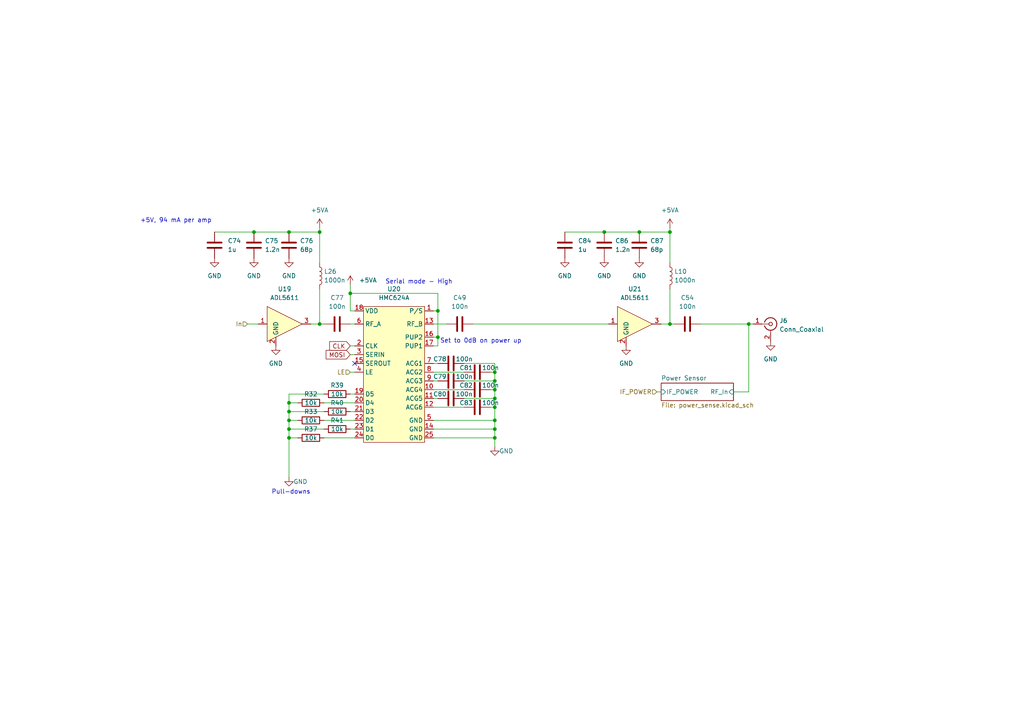
<source format=kicad_sch>
(kicad_sch (version 20230121) (generator eeschema)
  (paper "A4")
  (lib_symbols
    (symbol "Connector:Conn_Coaxial" (pin_names (offset 1.016) hide)
      (property "Reference" "J" (at 0.254 3.048 0))
      (property "Value" "Conn_Coaxial" (at 2.921 0 90))
      (symbol "Conn_Coaxial_0_1"
        (arc (start -1.778 -0.508) (mid 0.222 -1.808) (end 1.778 0) (stroke (width 0.254)))
        (polyline (pts (xy -2.54 0) (xy -0.508 0)))
        (polyline (pts (xy 0 -2.54) (xy 0 -1.778)))
        (circle (center 0 0) (radius 0.508) (stroke (width 0.2032)))
        (arc (start 1.778 0) (mid 0.222 1.8083) (end -1.778 0.508) (stroke (width 0.254)))
      )
      (symbol "Conn_Coaxial_1_1"
        (pin passive line (at -5.08 0 0) (length 2.54) (name "In") (number "1"))
        (pin passive line (at 0 -5.08 90) (length 2.54) (name "Ext") (number "2"))
      )
    )
    (symbol "Device:C" (pin_numbers hide) (pin_names (offset 0.254))
      (property "Reference" "C" (at 0.635 2.54 0))
      (property "Value" "C" (at 0.635 -2.54 0))
      (symbol "C_0_1"
        (polyline (pts (xy -2.032 -0.762) (xy 2.032 -0.762)) (stroke (width 0.508)))
        (polyline (pts (xy -2.032 0.762) (xy 2.032 0.762)) (stroke (width 0.508)))
      )
      (symbol "C_1_1"
        (pin passive line (at 0 3.81 270) (length 2.794) (name "~") (number "1"))
        (pin passive line (at 0 -3.81 90) (length 2.794) (name "~") (number "2"))
      )
    )
    (symbol "Device:L" (pin_numbers hide) (pin_names (offset 1.016) hide)
      (property "Reference" "L" (at -1.27 0 90))
      (property "Value" "L" (at 1.905 0 90))
      (symbol "L_0_1"
        (arc (start 0 -2.54) (mid 0.6323 -1.905) (end 0 -1.27))
        (arc (start 0 -1.27) (mid 0.6323 -0.635) (end 0 0))
        (arc (start 0 0) (mid 0.6323 0.635) (end 0 1.27))
        (arc (start 0 1.27) (mid 0.6323 1.905) (end 0 2.54))
      )
      (symbol "L_1_1"
        (pin passive line (at 0 3.81 270) (length 1.27) (name "1") (number "1"))
        (pin passive line (at 0 -3.81 90) (length 1.27) (name "2") (number "2"))
      )
    )
    (symbol "Device:R" (pin_numbers hide) (pin_names (offset 0))
      (property "Reference" "R" (at 2.032 0 90))
      (property "Value" "R" (at 0 0 90))
      (symbol "R_0_1"
        (rectangle (start -1.016 -2.54) (end 1.016 2.54) (stroke (width 0.254)))
      )
      (symbol "R_1_1"
        (pin passive line (at 0 3.81 270) (length 1.27) (name "~") (number "1"))
        (pin passive line (at 0 -3.81 90) (length 1.27) (name "~") (number "2"))
      )
    )
    (symbol "Project Library:ADL5611"
      (property "Reference" "U" (at 0 3.81 0))
      (property "Value" "ADL5611" (at 0 6.35 0))
      (symbol "ADL5611_0_1"
        (polyline (pts (xy -5.08 5.08) (xy -5.08 -5.08) (xy 5.08 0) (xy -5.08 5.08)) (fill (type background)))
      )
      (symbol "ADL5611_1_1"
        (pin input line (at -7.62 0 0) (length 2.54) (name "") (number "1"))
        (pin power_in line (at -2.54 -6.35 90) (length 2.54) (name "GND") (number "2"))
        (pin output line (at 7.62 0 180) (length 2.54) (name "") (number "3"))
      )
    )
    (symbol "Project Library:HMC624A"
      (property "Reference" "U" (at 0 20.32 0))
      (property "Value" "HMC624A" (at 0 22.86 0))
      (symbol "HMC624A_0_1"
        (rectangle (start -7.62 19.05) (end 10.16 -20.32) (fill (type background)))
      )
      (symbol "HMC624A_1_1"
        (pin input line (at 12.7 17.78 180) (length 2.54) (name "P/S") (number "1"))
        (pin passive line (at 12.7 -5.08 180) (length 2.54) (name "ACG4") (number "10"))
        (pin passive line (at 12.7 -7.62 180) (length 2.54) (name "ACG5") (number "11"))
        (pin passive line (at 12.7 -10.16 180) (length 2.54) (name "ACG6") (number "12"))
        (pin bidirectional line (at 12.7 13.97 180) (length 2.54) (name "RF_B") (number "13"))
        (pin power_in line (at 12.7 -16.51 180) (length 2.54) (name "GND") (number "14"))
        (pin output line (at -10.16 2.54 0) (length 2.54) (name "SEROUT") (number "15"))
        (pin input line (at 12.7 10.16 180) (length 2.54) (name "PUP2") (number "16"))
        (pin input line (at 12.7 7.62 180) (length 2.54) (name "PUP1") (number "17"))
        (pin power_in line (at -10.16 17.78 0) (length 2.54) (name "VDD") (number "18"))
        (pin input line (at -10.16 -6.35 0) (length 2.54) (name "D5") (number "19"))
        (pin input line (at -10.16 7.62 0) (length 2.54) (name "CLK") (number "2"))
        (pin input line (at -10.16 -8.89 0) (length 2.54) (name "D4") (number "20"))
        (pin input line (at -10.16 -11.43 0) (length 2.54) (name "D3") (number "21"))
        (pin input line (at -10.16 -13.97 0) (length 2.54) (name "D2") (number "22"))
        (pin input line (at -10.16 -16.51 0) (length 2.54) (name "D1") (number "23"))
        (pin input line (at -10.16 -19.05 0) (length 2.54) (name "D0") (number "24"))
        (pin power_in line (at 12.7 -19.05 180) (length 2.54) (name "GND") (number "25"))
        (pin input line (at -10.16 5.08 0) (length 2.54) (name "SERIN") (number "3"))
        (pin input line (at -10.16 0 0) (length 2.54) (name "LE") (number "4"))
        (pin power_in line (at 12.7 -13.97 180) (length 2.54) (name "GND") (number "5"))
        (pin bidirectional line (at -10.16 13.97 0) (length 2.54) (name "RF_A") (number "6"))
        (pin passive line (at 12.7 2.54 180) (length 2.54) (name "ACG1") (number "7"))
        (pin passive line (at 12.7 0 180) (length 2.54) (name "ACG2") (number "8"))
        (pin passive line (at 12.7 -2.54 180) (length 2.54) (name "ACG3") (number "9"))
      )
    )
    (symbol "power:+5VA" (power) (pin_names (offset 0))
      (property "Value" "+5VA" (at 0 3.556 0))
      (symbol "+5VA_0_1"
        (polyline (pts (xy -0.762 1.27) (xy 0 2.54)))
        (polyline (pts (xy 0 0) (xy 0 2.54)))
        (polyline (pts (xy 0 2.54) (xy 0.762 1.27)))
      )
      (symbol "+5VA_1_1"
        (pin power_in line (at 0 0 90) (length 0) hide (name "+5VA") (number "1"))
      )
    )
    (symbol "power:GND" (power) (pin_names (offset 0))
      (property "Value" "GND" (at 0 -3.81 0))
      (symbol "GND_0_1"
        (polyline (pts (xy 0 0) (xy 0 -1.27) (xy 1.27 -1.27) (xy 0 -2.54) (xy -1.27 -1.27) (xy 0 -1.27)))
      )
      (symbol "GND_1_1"
        (pin power_in line (at 0 0 270) (length 0) hide (name "GND") (number "1"))
      )
    )
  )
  (junction (at 83.82 124.46))
  (junction (at 175.26 67.31))
  (junction (at 194.31 93.98))
  (junction (at 143.51 110.49))
  (junction (at 194.31 67.31))
  (junction (at 92.71 67.31))
  (junction (at 92.71 93.98))
  (junction (at 83.82 67.31))
  (junction (at 83.82 116.84))
  (junction (at 83.82 127))
  (junction (at 73.66 67.31))
  (junction (at 143.51 127))
  (junction (at 143.51 118.11))
  (junction (at 101.6 85.09))
  (junction (at 127 97.79))
  (junction (at 143.51 113.03))
  (junction (at 143.51 121.92))
  (junction (at 217.17 93.98))
  (junction (at 185.42 67.31))
  (junction (at 83.82 121.92))
  (junction (at 143.51 115.57))
  (junction (at 127 90.17))
  (junction (at 143.51 124.46))
  (junction (at 143.51 107.95))
  (junction (at 83.82 119.38))
  (no_connect (at 102.87 105.41))
  (wire (pts (xy 83.82 116.84) (xy 86.36 116.84)))
  (wire (pts (xy 143.51 124.46) (xy 143.51 127)))
  (wire (pts (xy 190.5 113.665) (xy 191.77 113.665)))
  (wire (pts (xy 194.31 67.31) (xy 185.42 67.31)))
  (wire (pts (xy 142.24 118.11) (xy 143.51 118.11)))
  (wire (pts (xy 134.62 110.49) (xy 143.51 110.49)))
  (wire (pts (xy 101.6 124.46) (xy 102.87 124.46)))
  (wire (pts (xy 143.51 121.92) (xy 143.51 124.46)))
  (wire (pts (xy 90.17 93.98) (xy 92.71 93.98)))
  (wire (pts (xy 93.98 116.84) (xy 102.87 116.84)))
  (wire (pts (xy 83.82 127) (xy 83.82 138.43)))
  (wire (pts (xy 83.82 121.92) (xy 86.36 121.92)))
  (wire (pts (xy 83.82 124.46) (xy 93.98 124.46)))
  (wire (pts (xy 83.82 121.92) (xy 83.82 124.46)))
  (wire (pts (xy 101.6 90.17) (xy 101.6 85.09)))
  (wire (pts (xy 125.73 124.46) (xy 143.51 124.46)))
  (wire (pts (xy 134.62 105.41) (xy 143.51 105.41)))
  (wire (pts (xy 194.31 93.98) (xy 195.58 93.98)))
  (wire (pts (xy 125.73 113.03) (xy 134.62 113.03)))
  (wire (pts (xy 125.73 127) (xy 143.51 127)))
  (wire (pts (xy 83.82 127) (xy 86.36 127)))
  (wire (pts (xy 101.6 107.95) (xy 102.87 107.95)))
  (wire (pts (xy 191.77 93.98) (xy 194.31 93.98)))
  (wire (pts (xy 127 90.17) (xy 125.73 90.17)))
  (wire (pts (xy 93.98 121.92) (xy 102.87 121.92)))
  (wire (pts (xy 143.51 127) (xy 143.51 129.54)))
  (wire (pts (xy 125.73 121.92) (xy 143.51 121.92)))
  (wire (pts (xy 101.6 85.09) (xy 101.6 82.55)))
  (wire (pts (xy 203.2 93.98) (xy 217.17 93.98)))
  (wire (pts (xy 142.24 113.03) (xy 143.51 113.03)))
  (wire (pts (xy 101.6 119.38) (xy 102.87 119.38)))
  (wire (pts (xy 143.51 105.41) (xy 143.51 107.95)))
  (wire (pts (xy 101.6 114.3) (xy 102.87 114.3)))
  (wire (pts (xy 217.17 113.665) (xy 217.17 93.98)))
  (wire (pts (xy 71.755 93.98) (xy 74.93 93.98)))
  (wire (pts (xy 93.98 127) (xy 102.87 127)))
  (wire (pts (xy 83.82 119.38) (xy 93.98 119.38)))
  (wire (pts (xy 194.31 76.2) (xy 194.31 67.31)))
  (wire (pts (xy 217.17 93.98) (xy 218.44 93.98)))
  (wire (pts (xy 92.71 76.2) (xy 92.71 67.31)))
  (wire (pts (xy 143.51 113.03) (xy 143.51 115.57)))
  (wire (pts (xy 134.62 115.57) (xy 143.51 115.57)))
  (wire (pts (xy 143.51 107.95) (xy 143.51 110.49)))
  (wire (pts (xy 83.82 119.38) (xy 83.82 121.92)))
  (wire (pts (xy 127 100.33) (xy 127 97.79)))
  (wire (pts (xy 92.71 93.98) (xy 93.98 93.98)))
  (wire (pts (xy 127 85.09) (xy 101.6 85.09)))
  (wire (pts (xy 125.73 118.11) (xy 134.62 118.11)))
  (wire (pts (xy 127 90.17) (xy 127 85.09)))
  (wire (pts (xy 83.82 114.3) (xy 93.98 114.3)))
  (wire (pts (xy 142.24 107.95) (xy 143.51 107.95)))
  (wire (pts (xy 92.71 83.82) (xy 92.71 93.98)))
  (wire (pts (xy 125.73 100.33) (xy 127 100.33)))
  (wire (pts (xy 125.73 105.41) (xy 127 105.41)))
  (wire (pts (xy 125.73 115.57) (xy 127 115.57)))
  (wire (pts (xy 125.73 107.95) (xy 134.62 107.95)))
  (wire (pts (xy 143.51 115.57) (xy 143.51 118.11)))
  (wire (pts (xy 194.31 83.82) (xy 194.31 93.98)))
  (wire (pts (xy 176.53 93.98) (xy 137.16 93.98)))
  (wire (pts (xy 212.725 113.665) (xy 217.17 113.665)))
  (wire (pts (xy 83.82 67.31) (xy 92.71 67.31)))
  (wire (pts (xy 175.26 67.31) (xy 163.83 67.31)))
  (wire (pts (xy 101.6 102.87) (xy 102.87 102.87)))
  (wire (pts (xy 127 90.17) (xy 127 97.79)))
  (wire (pts (xy 125.73 110.49) (xy 127 110.49)))
  (wire (pts (xy 101.6 93.98) (xy 102.87 93.98)))
  (wire (pts (xy 83.82 116.84) (xy 83.82 119.38)))
  (wire (pts (xy 83.82 67.31) (xy 73.66 67.31)))
  (wire (pts (xy 185.42 67.31) (xy 175.26 67.31)))
  (wire (pts (xy 102.87 90.17) (xy 101.6 90.17)))
  (wire (pts (xy 125.73 97.79) (xy 127 97.79)))
  (wire (pts (xy 143.51 110.49) (xy 143.51 113.03)))
  (wire (pts (xy 73.66 67.31) (xy 62.23 67.31)))
  (wire (pts (xy 92.71 66.04) (xy 92.71 67.31)))
  (wire (pts (xy 143.51 118.11) (xy 143.51 121.92)))
  (wire (pts (xy 194.31 66.04) (xy 194.31 67.31)))
  (wire (pts (xy 83.82 124.46) (xy 83.82 127)))
  (wire (pts (xy 83.82 114.3) (xy 83.82 116.84)))
  (wire (pts (xy 101.6 100.33) (xy 102.87 100.33)))
  (wire (pts (xy 125.73 93.98) (xy 129.54 93.98)))
  (text "Set to 0dB on power up\n" (at 127.635 99.695 0) (effects (font (size 1.27 1.27)) (justify left bottom)))
  (text "Serial mode - High\n" (at 111.76 82.55 0) (effects (font (size 1.27 1.27)) (justify left bottom)))
  (text "+5V, 94 mA per amp\n" (at 40.64 64.77 0) (effects (font (size 1.27 1.27)) (justify left bottom)))
  (text "Pull-downs\n" (at 78.74 143.51 0) (effects (font (size 1.27 1.27)) (justify left bottom)))
  (global_label "CLK" (shape input) (at 101.6 100.33 180) (property "Intersheetrefs" "${INTERSHEET_REFS}" (effects hide)))
  (global_label "MOSI" (shape input) (at 101.6 102.87 180) (property "Intersheetrefs" "${INTERSHEET_REFS}" (effects hide)))
  (hierarchical_label "In" (shape input) (at 71.755 93.98 180))
  (hierarchical_label "LE" (shape input) (at 101.6 107.95 180))
  (hierarchical_label "IF_POWER" (shape input) (at 190.5 113.665 180))
  (symbol (lib_id "Device:C") (at 73.66 71.12 180) (unit 1)
    (property "Reference" "C75" (at 76.835 69.8499 0) (effects (justify right)))
    (property "Value" "1.2n" (at 76.835 72.3899 0) (effects (justify right)))
    (property "Footprint" "Capacitor_SMD:C_0603_1608Metric" (effects hide))
    (property "MPN" "CL10B122KB8NNNC" (effects hide))
    (property "LCSC" "C30615" (effects hide))
    (instances (project "GreX Frontend" (path "" (reference "C75") (unit 1)) (path "" (reference "C45") (unit 1))))
  )
  (symbol (lib_id "Device:C") (at 175.26 71.12 180) (unit 1)
    (property "Reference" "C86" (at 178.435 69.8499 0) (effects (justify right)))
    (property "Value" "1.2n" (at 178.435 72.3899 0) (effects (justify right)))
    (property "Footprint" "Capacitor_SMD:C_0603_1608Metric" (effects hide))
    (property "MPN" "CL10B122KB8NNNC" (effects hide))
    (property "LCSC" "C30615" (effects hide))
    (instances (project "GreX Frontend" (path "" (reference "C86") (unit 1)) (path "" (reference "C58") (unit 1))))
  )
  (symbol (lib_id "Device:L") (at 194.31 80.01 0) (unit 1)
    (property "Reference" "L10" (at 195.58 78.7399 0) (effects (justify left)))
    (property "Value" "1000n" (at 195.58 81.2799 0) (effects (justify left)))
    (property "Footprint" "Inductor_SMD:L_0402_1005Metric" (effects hide))
    (property "MPN" "LQW15CN1R0M10D" (effects hide))
    (property "LCSC" "C703068" (effects hide))
    (instances (project "GreX Frontend" (path "" (reference "L10") (unit 1)) (path "" (reference "L19") (unit 1))))
  )
  (symbol (lib_id "Device:R") (at 97.79 119.38 90) (unit 1)
    (property "Reference" "R40" (at 97.79 116.84 90))
    (property "Value" "10k" (at 97.79 119.38 90))
    (property "Footprint" "Resistor_SMD:R_0402_1005Metric" (effects hide))
    (property "MPN" "RC0402FR-0710KL" (effects hide))
    (property "LCSC" "C60490" (effects hide))
    (instances (project "GreX Frontend" (path "" (reference "R40") (unit 1)) (path "" (reference "R30") (unit 1))))
  )
  (symbol (lib_id "power:+5VA") (at 92.71 66.04 0) (unit 1)
    (property "Reference" "#PWR069" (effects hide))
    (property "Value" "+5VA" (at 92.71 60.96 0))
    (instances (project "GreX Frontend" (path "" (reference "#PWR069") (unit 1)) (path "" (reference "#PWR019") (unit 1))))
  )
  (symbol (lib_id "Device:C") (at 130.81 105.41 270) (unit 1)
    (property "Reference" "C78" (at 129.54 104.14 90) (effects (justify right)))
    (property "Value" "100n" (at 137.16 104.14 90) (effects (justify right)))
    (property "Footprint" "Capacitor_SMD:C_0402_1005Metric" (effects hide))
    (property "MPN" "CC0402KRX7R7BB104" (effects hide))
    (property "LCSC" "C60474" (effects hide))
    (instances (project "GreX Frontend" (path "" (reference "C78") (unit 1)) (path "" (reference "C48") (unit 1))))
  )
  (symbol (lib_id "Device:C") (at 130.81 110.49 270) (unit 1)
    (property "Reference" "C79" (at 129.54 109.22 90) (effects (justify right)))
    (property "Value" "100n" (at 137.16 109.22 90) (effects (justify right)))
    (property "Footprint" "Capacitor_SMD:C_0402_1005Metric" (effects hide))
    (property "MPN" "CC0402KRX7R7BB104" (effects hide))
    (property "LCSC" "C60474" (effects hide))
    (instances (project "GreX Frontend" (path "" (reference "C79") (unit 1)) (path "" (reference "C50") (unit 1))))
  )
  (symbol (lib_id "Device:C") (at 62.23 71.12 180) (unit 1)
    (property "Reference" "C74" (at 66.04 69.8499 0) (effects (justify right)))
    (property "Value" "1u" (at 66.04 72.3899 0) (effects (justify right)))
    (property "Footprint" "Capacitor_SMD:C_0603_1608Metric" (effects hide))
    (property "MPN" "CL10A105KA8NNNC" (effects hide))
    (property "LCSC" "C5673" (effects hide))
    (instances (project "GreX Frontend" (path "" (reference "C74") (unit 1)) (path "" (reference "C44") (unit 1))))
  )
  (symbol (lib_id "Project Library:ADL5611") (at 184.15 93.98 0) (unit 1)
    (property "Reference" "U21" (at 184.15 83.82 0))
    (property "Value" "ADL5611" (at 184.15 86.36 0))
    (property "Footprint" "DSA2000:SOT89-HighTemp" (effects hide))
    (property "Datasheet" "https://www.analog.com/media/en/technical-documentation/data-sheets/ADL5611.pdf" (effects hide))
    (property "MPN" "ADL5611ARKZ-R7" (effects hide))
    (property "LCSC" "C208262" (effects hide))
    (instances (project "GreX Frontend" (path "" (reference "U21") (unit 1)) (path "" (reference "U15") (unit 1))))
  )
  (symbol (lib_id "power:+5VA") (at 194.31 66.04 0) (unit 1)
    (property "Reference" "#PWR079" (effects hide))
    (property "Value" "+5VA" (at 194.31 60.96 0))
    (instances (project "GreX Frontend" (path "" (reference "#PWR079") (unit 1)) (path "" (reference "#PWR094") (unit 1))))
  )
  (symbol (lib_id "Project Library:ADL5611") (at 82.55 93.98 0) (unit 1)
    (property "Reference" "U19" (at 82.55 83.82 0))
    (property "Value" "ADL5611" (at 82.55 86.36 0))
    (property "Footprint" "DSA2000:SOT89-HighTemp" (effects hide))
    (property "Datasheet" "https://www.analog.com/media/en/technical-documentation/data-sheets/ADL5611.pdf" (effects hide))
    (property "MPN" "ADL5611ARKZ-R7" (effects hide))
    (property "LCSC" "C208262" (effects hide))
    (instances (project "GreX Frontend" (path "" (reference "U19") (unit 1)) (path "" (reference "U13") (unit 1))))
  )
  (symbol (lib_id "Connector:Conn_Coaxial") (at 223.52 93.98 0) (unit 1)
    (property "Reference" "J6" (at 226.06 93.0031 0) (effects (justify left)))
    (property "Value" "Conn_Coaxial" (at 226.06 95.5431 0) (effects (justify left)))
    (property "Footprint" "Library:SMA_Samtec_SMA-J-P-X-ST-EM1_EdgeMount" (effects hide))
    (property "Datasheet" " ~" (effects hide))
    (property "MPN" "SMA-J-P-H-ST-EM1" (effects hide))
    (instances (project "GreX Frontend" (path "" (reference "J6") (unit 1)) (path "" (reference "J2") (unit 1))))
  )
  (symbol (lib_id "power:GND") (at 143.51 129.54 0) (unit 1)
    (property "Reference" "#PWR0178" (effects hide))
    (property "Value" "GND" (at 144.78 130.81 0) (effects (justify left)))
    (instances (project "GreX Frontend" (path "" (reference "#PWR0178") (unit 1)) (path "" (reference "#PWR0161") (unit 1))))
  )
  (symbol (lib_id "Device:C") (at 138.43 107.95 270) (unit 1)
    (property "Reference" "C81" (at 137.16 106.68 90) (effects (justify right)))
    (property "Value" "100n" (at 144.78 106.68 90) (effects (justify right)))
    (property "Footprint" "Capacitor_SMD:C_0402_1005Metric" (effects hide))
    (property "MPN" "CC0402KRX7R7BB104" (effects hide))
    (property "LCSC" "C60474" (effects hide))
    (instances (project "GreX Frontend" (path "" (reference "C81") (unit 1)) (path "" (reference "C52") (unit 1))))
  )
  (symbol (lib_id "Device:R") (at 97.79 114.3 90) (unit 1)
    (property "Reference" "R39" (at 97.79 111.76 90))
    (property "Value" "10k" (at 97.79 114.3 90))
    (property "Footprint" "Resistor_SMD:R_0402_1005Metric" (effects hide))
    (property "MPN" "RC0402FR-0710KL" (effects hide))
    (property "LCSC" "C60490" (effects hide))
    (instances (project "GreX Frontend" (path "" (reference "R39") (unit 1)) (path "" (reference "R29") (unit 1))))
  )
  (symbol (lib_id "power:GND") (at 185.42 74.93 0) (unit 1)
    (property "Reference" "#PWR0176" (effects hide))
    (property "Value" "GND" (at 185.42 80.01 0))
    (instances (project "GreX Frontend" (path "" (reference "#PWR0176") (unit 1)) (path "" (reference "#PWR0159") (unit 1))))
  )
  (symbol (lib_id "power:GND") (at 181.61 100.33 0) (unit 1)
    (property "Reference" "#PWR077" (effects hide))
    (property "Value" "GND" (at 181.61 105.41 0))
    (instances (project "GreX Frontend" (path "" (reference "#PWR077") (unit 1)) (path "" (reference "#PWR027") (unit 1))))
  )
  (symbol (lib_id "Device:C") (at 97.79 93.98 90) (unit 1)
    (property "Reference" "C77" (at 97.79 86.36 90))
    (property "Value" "100n" (at 97.79 88.9 90))
    (property "Footprint" "Capacitor_SMD:C_0402_1005Metric" (effects hide))
    (property "MPN" "CC0402KRX7R7BB104" (effects hide))
    (property "LCSC" "C60474" (effects hide))
    (instances (project "GreX Frontend" (path "" (reference "C77") (unit 1)) (path "" (reference "C47") (unit 1))))
  )
  (symbol (lib_id "Device:R") (at 90.17 121.92 90) (unit 1)
    (property "Reference" "R33" (at 90.17 119.38 90))
    (property "Value" "10k" (at 90.17 121.92 90))
    (property "Footprint" "Resistor_SMD:R_0402_1005Metric" (effects hide))
    (property "MPN" "RC0402FR-0710KL" (effects hide))
    (property "LCSC" "C60490" (effects hide))
    (instances (project "GreX Frontend" (path "" (reference "R33") (unit 1)) (path "" (reference "R27") (unit 1))))
  )
  (symbol (lib_id "power:GND") (at 163.83 74.93 0) (unit 1)
    (property "Reference" "#PWR0175" (effects hide))
    (property "Value" "GND" (at 163.83 80.01 0))
    (instances (project "GreX Frontend" (path "" (reference "#PWR0175") (unit 1)) (path "" (reference "#PWR0158") (unit 1))))
  )
  (symbol (lib_id "Device:C") (at 83.82 71.12 180) (unit 1)
    (property "Reference" "C76" (at 86.995 69.8499 0) (effects (justify right)))
    (property "Value" "68p" (at 86.995 72.3899 0) (effects (justify right)))
    (property "Footprint" "Capacitor_SMD:C_0603_1608Metric" (effects hide))
    (property "MPN" "CL10C680JB8NNNC" (effects hide))
    (property "LCSC" "C28262" (effects hide))
    (instances (project "GreX Frontend" (path "" (reference "C76") (unit 1)) (path "" (reference "C46") (unit 1))))
  )
  (symbol (lib_id "Project Library:HMC624A") (at 113.03 107.95 0) (unit 1)
    (property "Reference" "U20" (at 114.3 83.82 0))
    (property "Value" "HMC624A" (at 114.3 86.36 0))
    (property "Footprint" "Package_CSP:LFCSP-24-1EP_4x4mm_P0.5mm_EP2.5x2.5mm" (effects hide))
    (property "MPN" "HMC624ALP4ETR" (effects hide))
    (property "LCSC" "C662314" (effects hide))
    (instances (project "GreX Frontend" (path "" (reference "U20") (unit 1)) (path "" (reference "U14") (unit 1))))
  )
  (symbol (lib_id "Device:C") (at 185.42 71.12 180) (unit 1)
    (property "Reference" "C87" (at 188.595 69.8499 0) (effects (justify right)))
    (property "Value" "68p" (at 188.595 72.3899 0) (effects (justify right)))
    (property "Footprint" "Capacitor_SMD:C_0603_1608Metric" (effects hide))
    (property "MPN" "CL10C680JB8NNNC" (effects hide))
    (property "LCSC" "C28262" (effects hide))
    (instances (project "GreX Frontend" (path "" (reference "C87") (unit 1)) (path "" (reference "C59") (unit 1))))
  )
  (symbol (lib_id "Device:C") (at 133.35 93.98 90) (unit 1)
    (property "Reference" "C49" (at 133.35 86.36 90))
    (property "Value" "100n" (at 133.35 88.9 90))
    (property "Footprint" "Capacitor_SMD:C_0402_1005Metric" (effects hide))
    (property "MPN" "CC0402KRX7R7BB104" (effects hide))
    (property "LCSC" "C60474" (effects hide))
    (instances (project "GreX Frontend" (path "" (reference "C49") (unit 1)) (path "" (reference "C63") (unit 1))))
  )
  (symbol (lib_id "Device:C") (at 138.43 118.11 270) (unit 1)
    (property "Reference" "C83" (at 137.16 116.84 90) (effects (justify right)))
    (property "Value" "100n" (at 144.78 116.84 90) (effects (justify right)))
    (property "Footprint" "Capacitor_SMD:C_0402_1005Metric" (effects hide))
    (property "MPN" "CC0402KRX7R7BB104" (effects hide))
    (property "LCSC" "C60474" (effects hide))
    (instances (project "GreX Frontend" (path "" (reference "C83") (unit 1)) (path "" (reference "C55") (unit 1))))
  )
  (symbol (lib_id "Device:C") (at 130.81 115.57 270) (unit 1)
    (property "Reference" "C80" (at 129.54 114.3 90) (effects (justify right)))
    (property "Value" "100n" (at 137.16 114.3 90) (effects (justify right)))
    (property "Footprint" "Capacitor_SMD:C_0402_1005Metric" (effects hide))
    (property "MPN" "CC0402KRX7R7BB104" (effects hide))
    (property "LCSC" "C60474" (effects hide))
    (instances (project "GreX Frontend" (path "" (reference "C80") (unit 1)) (path "" (reference "C51") (unit 1))))
  )
  (symbol (lib_id "Device:R") (at 97.79 124.46 90) (unit 1)
    (property "Reference" "R41" (at 97.79 121.92 90))
    (property "Value" "10k" (at 97.79 124.46 90))
    (property "Footprint" "Resistor_SMD:R_0402_1005Metric" (effects hide))
    (property "MPN" "RC0402FR-0710KL" (effects hide))
    (property "LCSC" "C60490" (effects hide))
    (instances (project "GreX Frontend" (path "" (reference "R41") (unit 1)) (path "" (reference "R31") (unit 1))))
  )
  (symbol (lib_id "power:GND") (at 83.82 74.93 0) (unit 1)
    (property "Reference" "#PWR0184" (effects hide))
    (property "Value" "GND" (at 83.82 80.01 0))
    (instances (project "GreX Frontend" (path "" (reference "#PWR0184") (unit 1)) (path "" (reference "#PWR0167") (unit 1))))
  )
  (symbol (lib_id "Device:L") (at 92.71 80.01 0) (unit 1)
    (property "Reference" "L26" (at 93.98 78.7399 0) (effects (justify left)))
    (property "Value" "1000n" (at 93.98 81.2799 0) (effects (justify left)))
    (property "Footprint" "Inductor_SMD:L_0402_1005Metric" (effects hide))
    (property "MPN" "LQW15CN1R0M10D" (effects hide))
    (property "LCSC" "C703068" (effects hide))
    (instances (project "GreX Frontend" (path "" (reference "L26") (unit 1)) (path "" (reference "L15") (unit 1))))
  )
  (symbol (lib_id "Device:R") (at 90.17 127 90) (unit 1)
    (property "Reference" "R37" (at 90.17 124.46 90))
    (property "Value" "10k" (at 90.17 127 90))
    (property "Footprint" "Resistor_SMD:R_0402_1005Metric" (effects hide))
    (property "MPN" "RC0402FR-0710KL" (effects hide))
    (property "LCSC" "C60490" (effects hide))
    (instances (project "GreX Frontend" (path "" (reference "R37") (unit 1)) (path "" (reference "R28") (unit 1))))
  )
  (symbol (lib_id "Device:C") (at 163.83 71.12 180) (unit 1)
    (property "Reference" "C84" (at 167.64 69.8499 0) (effects (justify right)))
    (property "Value" "1u" (at 167.64 72.3899 0) (effects (justify right)))
    (property "Footprint" "Capacitor_SMD:C_0603_1608Metric" (effects hide))
    (property "MPN" "CL10A105KA8NNNC" (effects hide))
    (property "LCSC" "C5673" (effects hide))
    (instances (project "GreX Frontend" (path "" (reference "C84") (unit 1)) (path "" (reference "C56") (unit 1))))
  )
  (symbol (lib_id "power:GND") (at 73.66 74.93 0) (unit 1)
    (property "Reference" "#PWR0182" (effects hide))
    (property "Value" "GND" (at 73.66 80.01 0))
    (instances (project "GreX Frontend" (path "" (reference "#PWR0182") (unit 1)) (path "" (reference "#PWR0165") (unit 1))))
  )
  (symbol (lib_id "power:+5VA") (at 101.6 82.55 0) (unit 1)
    (property "Reference" "#PWR0138" (effects hide))
    (property "Value" "+5VA" (at 104.14 81.2799 0) (effects (justify left)))
    (instances (project "GreX Frontend" (path "" (reference "#PWR0138") (unit 1)) (path "" (reference "#PWR0134") (unit 1))))
  )
  (symbol (lib_id "power:GND") (at 83.82 138.43 0) (unit 1)
    (property "Reference" "#PWR0181" (effects hide))
    (property "Value" "GND" (at 85.09 139.7 0) (effects (justify left)))
    (instances (project "GreX Frontend" (path "" (reference "#PWR0181") (unit 1)) (path "" (reference "#PWR0164") (unit 1))))
  )
  (symbol (lib_id "Device:R") (at 90.17 116.84 90) (unit 1)
    (property "Reference" "R32" (at 90.17 114.3 90))
    (property "Value" "10k" (at 90.17 116.84 90))
    (property "Footprint" "Resistor_SMD:R_0402_1005Metric" (effects hide))
    (property "MPN" "RC0402FR-0710KL" (effects hide))
    (property "LCSC" "C60490" (effects hide))
    (instances (project "GreX Frontend" (path "" (reference "R32") (unit 1)) (path "" (reference "R26") (unit 1))))
  )
  (symbol (lib_id "power:GND") (at 80.01 100.33 0) (unit 1)
    (property "Reference" "#PWR067" (effects hide))
    (property "Value" "GND" (at 80.01 105.41 0))
    (instances (project "GreX Frontend" (path "" (reference "#PWR067") (unit 1)) (path "" (reference "#PWR017") (unit 1))))
  )
  (symbol (lib_id "Device:C") (at 199.39 93.98 90) (unit 1)
    (property "Reference" "C54" (at 199.39 86.36 90))
    (property "Value" "100n" (at 199.39 88.9 90))
    (property "Footprint" "Capacitor_SMD:C_0402_1005Metric" (effects hide))
    (property "MPN" "CC0402KRX7R7BB104" (effects hide))
    (property "LCSC" "C60474" (effects hide))
    (instances (project "GreX Frontend" (path "" (reference "C54") (unit 1)) (path "" (reference "C66") (unit 1))))
  )
  (symbol (lib_id "Device:C") (at 138.43 113.03 270) (unit 1)
    (property "Reference" "C82" (at 137.16 111.76 90) (effects (justify right)))
    (property "Value" "100n" (at 144.78 111.76 90) (effects (justify right)))
    (property "Footprint" "Capacitor_SMD:C_0402_1005Metric" (effects hide))
    (property "MPN" "CC0402KRX7R7BB104" (effects hide))
    (property "LCSC" "C60474" (effects hide))
    (instances (project "GreX Frontend" (path "" (reference "C82") (unit 1)) (path "" (reference "C53") (unit 1))))
  )
  (symbol (lib_id "power:GND") (at 62.23 74.93 0) (unit 1)
    (property "Reference" "#PWR0183" (effects hide))
    (property "Value" "GND" (at 62.23 80.01 0))
    (instances (project "GreX Frontend" (path "" (reference "#PWR0183") (unit 1)) (path "" (reference "#PWR0166") (unit 1))))
  )
  (symbol (lib_id "power:GND") (at 175.26 74.93 0) (unit 1)
    (property "Reference" "#PWR0177" (effects hide))
    (property "Value" "GND" (at 175.26 80.01 0))
    (instances (project "GreX Frontend" (path "" (reference "#PWR0177") (unit 1)) (path "" (reference "#PWR0160") (unit 1))))
  )
  (symbol (lib_id "power:GND") (at 223.52 99.06 0) (unit 1)
    (property "Reference" "#PWR082" (effects hide))
    (property "Value" "GND" (at 223.52 104.14 0))
    (instances (project "GreX Frontend" (path "" (reference "#PWR082") (unit 1)) (path "" (reference "#PWR097") (unit 1))))
  )
  (sheet (at 191.77 111.125) (size 20.955 5.08) (stroke (width 0.1524))
    (property "Sheetname" "Power Sensor" (at 191.77 110.4134 0) (effects (justify left bottom)))
    (property "Sheetfile" "power_sense.kicad_sch" (at 191.77 116.7896 0) (effects (justify left top)))
    (pin "IF_POWER" input (at 191.77 113.665 180))
    (pin "RF_In" input (at 212.725 113.665 0))
  )
)
</source>
